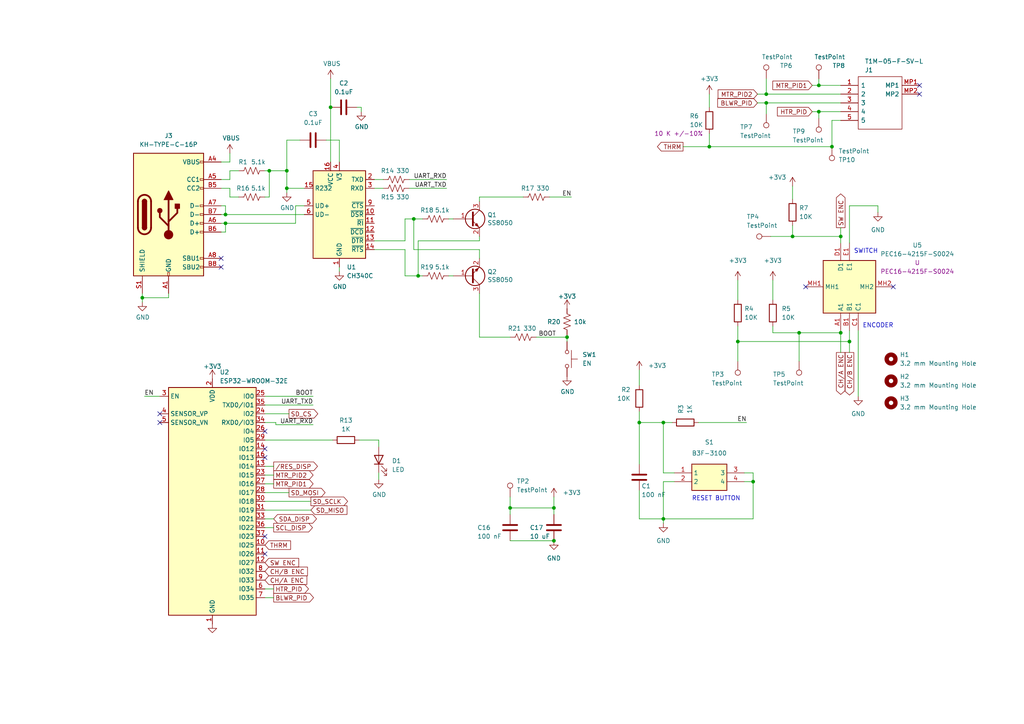
<source format=kicad_sch>
(kicad_sch (version 20250114) (generator "eeschema") (generator_version "9.0")
  (paper "A4")
  (lib_symbols
    (symbol "B3F-3100:B3F-3100"
      (property "Value" "B3F-3100" (at 0 0 0))
      (property "Reference_1" "S" (at 16.51 7.62 0))
      (property "Value_1" "B3F-3100" (at 16.51 5.08 0))
      (symbol "B3F-3100_1_1"
        (rectangle (start 5.08 2.54) (end 15.24 -5.08) (stroke (width 0.254)) (fill (type background)))
        (pin passive line (at 0 0 0) (length 5.08) (name "1") (number "1"))
        (pin passive line (at 0 -2.54 0) (length 5.08) (name "2") (number "2"))
        (pin passive line (at 20.32 0 180) (length 5.08) (name "3") (number "3"))
        (pin passive line (at 20.32 -2.54 180) (length 5.08) (name "4") (number "4"))
      )
    )
    (symbol "Connector:TestPoint" (pin_numbers (hide yes)) (pin_names (offset 0.762) (hide yes))
      (property "Reference" "TP" (at 0 6.858 0))
      (property "Value" "TestPoint" (at 0 5.08 0))
      (symbol "TestPoint_0_1"
        (circle (center 0 3.302) (radius 0.762))
      )
      (symbol "TestPoint_1_1"
        (pin passive line (at 0 0 90) (length 2.54) (name "1") (number "1"))
      )
    )
    (symbol "Connector:USB_C_Receptacle_USB2.0_16P" (pin_names (offset 1.016))
      (property "Reference" "J" (at 0 22.225 0))
      (property "Value" "USB_C_Receptacle_USB2.0_16P" (at 0 19.685 0))
      (symbol "USB_C_Receptacle_USB2.0_16P_0_0"
        (rectangle (start -0.254 -17.78) (end 0.254 -16.764))
        (rectangle (start 10.16 15.494) (end 9.144 14.986))
        (rectangle (start 10.16 10.414) (end 9.144 9.906))
        (rectangle (start 10.16 7.874) (end 9.144 7.366))
        (rectangle (start 10.16 2.794) (end 9.144 2.286))
        (rectangle (start 10.16 0.254) (end 9.144 -0.254))
        (rectangle (start 10.16 -2.286) (end 9.144 -2.794))
        (rectangle (start 10.16 -4.826) (end 9.144 -5.334))
        (rectangle (start 10.16 -12.446) (end 9.144 -12.954))
        (rectangle (start 10.16 -14.986) (end 9.144 -15.494))
      )
      (symbol "USB_C_Receptacle_USB2.0_16P_0_1"
        (rectangle (start -10.16 17.78) (end 10.16 -17.78) (stroke (width 0.254)) (fill (type background)))
        (polyline (pts (xy -8.89 -3.81) (xy -8.89 3.81)) (stroke (width 0.508)))
        (rectangle (start -7.62 -3.81) (end -6.35 3.81) (stroke (width 0.254)) (fill (type outline)))
        (arc (start -7.62 3.81) (mid -6.985 4.4423) (end -6.35 3.81) (stroke (width 0.254)))
        (arc (start -7.62 3.81) (mid -6.985 4.4423) (end -6.35 3.81) (stroke (width 0.254)) (fill (type outline)))
        (arc (start -8.89 3.81) (mid -6.985 5.7067) (end -5.08 3.81) (stroke (width 0.508)))
        (arc (start -5.08 -3.81) (mid -6.985 -5.7067) (end -8.89 -3.81) (stroke (width 0.508)))
        (arc (start -6.35 -3.81) (mid -6.985 -4.4423) (end -7.62 -3.81) (stroke (width 0.254)))
        (arc (start -6.35 -3.81) (mid -6.985 -4.4423) (end -7.62 -3.81) (stroke (width 0.254)) (fill (type outline)))
        (polyline (pts (xy -5.08 3.81) (xy -5.08 -3.81)) (stroke (width 0.508)))
        (circle (center -2.54 1.143) (radius 0.635) (stroke (width 0.254)) (fill (type outline)))
        (polyline (pts (xy -1.27 4.318) (xy 0 6.858) (xy 1.27 4.318) (xy -1.27 4.318)) (stroke (width 0.254)) (fill (type outline)))
        (polyline (pts (xy 0 -2.032) (xy 2.54 0.508) (xy 2.54 1.778)) (stroke (width 0.508)))
        (polyline (pts (xy 0 -3.302) (xy -2.54 -0.762) (xy -2.54 0.508)) (stroke (width 0.508)))
        (polyline (pts (xy 0 -5.842) (xy 0 4.318)) (stroke (width 0.508)))
        (circle (center 0 -5.842) (radius 1.27) (fill (type outline)))
        (rectangle (start 1.905 1.778) (end 3.175 3.048) (stroke (width 0.254)) (fill (type outline)))
      )
      (symbol "USB_C_Receptacle_USB2.0_16P_1_1"
        (pin passive line (at -7.62 -22.86 90) (length 5.08) (name "SHIELD") (number "S1"))
        (pin passive line (at 0 -22.86 90) (length 5.08) (name "GND") (number "A1"))
        (pin passive line (at 0 -22.86 90) (length 5.08) (hide yes) (name "GND") (number "A12"))
        (pin passive line (at 0 -22.86 90) (length 5.08) (hide yes) (name "GND") (number "B1"))
        (pin passive line (at 0 -22.86 90) (length 5.08) (hide yes) (name "GND") (number "B12"))
        (pin passive line (at 15.24 15.24 180) (length 5.08) (name "VBUS") (number "A4"))
        (pin passive line (at 15.24 15.24 180) (length 5.08) (hide yes) (name "VBUS") (number "A9"))
        (pin passive line (at 15.24 15.24 180) (length 5.08) (hide yes) (name "VBUS") (number "B4"))
        (pin passive line (at 15.24 15.24 180) (length 5.08) (hide yes) (name "VBUS") (number "B9"))
        (pin bidirectional line (at 15.24 10.16 180) (length 5.08) (name "CC1") (number "A5"))
        (pin bidirectional line (at 15.24 7.62 180) (length 5.08) (name "CC2") (number "B5"))
        (pin bidirectional line (at 15.24 2.54 180) (length 5.08) (name "D-") (number "A7"))
        (pin bidirectional line (at 15.24 0 180) (length 5.08) (name "D-") (number "B7"))
        (pin bidirectional line (at 15.24 -2.54 180) (length 5.08) (name "D+") (number "A6"))
        (pin bidirectional line (at 15.24 -5.08 180) (length 5.08) (name "D+") (number "B6"))
        (pin bidirectional line (at 15.24 -12.7 180) (length 5.08) (name "SBU1") (number "A8"))
        (pin bidirectional line (at 15.24 -15.24 180) (length 5.08) (name "SBU2") (number "B8"))
      )
    )
    (symbol "Device:C" (pin_numbers (hide yes)) (pin_names (offset 0.254))
      (property "Reference" "C" (at 0.635 2.54 0))
      (property "Value" "C" (at 0.635 -2.54 0))
      (symbol "C_0_1"
        (polyline (pts (xy -2.032 0.762) (xy 2.032 0.762)) (stroke (width 0.508)))
        (polyline (pts (xy -2.032 -0.762) (xy 2.032 -0.762)) (stroke (width 0.508)))
      )
      (symbol "C_1_1"
        (pin passive line (at 0 3.81 270) (length 2.794) (name "~") (number "1"))
        (pin passive line (at 0 -3.81 90) (length 2.794) (name "~") (number "2"))
      )
    )
    (symbol "Device:LED" (pin_numbers (hide yes)) (pin_names (offset 1.016) (hide yes))
      (property "Reference" "D" (at 0 2.54 0))
      (property "Value" "LED" (at 0 -2.54 0))
      (symbol "LED_0_1"
        (polyline (pts (xy -3.048 -0.762) (xy -4.572 -2.286) (xy -3.81 -2.286) (xy -4.572 -2.286) (xy -4.572 -1.524)))
        (polyline (pts (xy -1.778 -0.762) (xy -3.302 -2.286) (xy -2.54 -2.286) (xy -3.302 -2.286) (xy -3.302 -1.524)))
        (polyline (pts (xy -1.27 0) (xy 1.27 0)))
        (polyline (pts (xy -1.27 -1.27) (xy -1.27 1.27)) (stroke (width 0.254)))
        (polyline (pts (xy 1.27 -1.27) (xy 1.27 1.27) (xy -1.27 0) (xy 1.27 -1.27)) (stroke (width 0.254)))
      )
      (symbol "LED_1_1"
        (pin passive line (at -3.81 0 0) (length 2.54) (name "K") (number "1"))
        (pin passive line (at 3.81 0 180) (length 2.54) (name "A") (number "2"))
      )
    )
    (symbol "Device:R" (pin_numbers (hide yes)) (pin_names (offset 0))
      (property "Reference" "R" (at 2.032 0 90))
      (property "Value" "R" (at 0 0 90))
      (symbol "R_0_1"
        (rectangle (start -1.016 -2.54) (end 1.016 2.54) (stroke (width 0.254)))
      )
      (symbol "R_1_1"
        (pin passive line (at 0 3.81 270) (length 1.27) (name "~") (number "1"))
        (pin passive line (at 0 -3.81 90) (length 1.27) (name "~") (number "2"))
      )
    )
    (symbol "Device:R_US" (pin_numbers (hide yes)) (pin_names (offset 0))
      (property "Reference" "R" (at 2.54 0 90))
      (property "Value" "R_US" (at -2.54 0 90))
      (symbol "R_US_0_1"
        (polyline (pts (xy 0 2.286) (xy 0 2.54)))
        (polyline (pts (xy 0 2.286) (xy 1.016 1.905) (xy 0 1.524) (xy -1.016 1.143) (xy 0 0.762)))
        (polyline (pts (xy 0 0.762) (xy 1.016 0.381) (xy 0 0) (xy -1.016 -0.381) (xy 0 -0.762)))
        (polyline (pts (xy 0 -0.762) (xy 1.016 -1.143) (xy 0 -1.524) (xy -1.016 -1.905) (xy 0 -2.286)))
        (polyline (pts (xy 0 -2.286) (xy 0 -2.54)))
      )
      (symbol "R_US_1_1"
        (pin passive line (at 0 3.81 270) (length 1.27) (name "~") (number "1"))
        (pin passive line (at 0 -3.81 90) (length 1.27) (name "~") (number "2"))
      )
    )
    (symbol "ESP32_Devkit_TypeC-rescue:GND-power" (power) (pin_names (offset 0))
      (property "Value" "power_GND" (at 0 -3.81 0))
      (symbol "GND-power_0_1"
        (polyline (pts (xy 0 0) (xy 0 -1.27) (xy 1.27 -1.27) (xy 0 -2.54) (xy -1.27 -1.27) (xy 0 -1.27)))
      )
      (symbol "GND-power_1_1"
        (pin power_in line (at 0 0 270) (length 0) (hide yes) (name "GND") (number "1"))
      )
    )
    (symbol "ESP32_Devkit_TypeC-rescue:VBUS-power" (power) (pin_names (offset 0))
      (property "Value" "power_VBUS" (at 0 3.81 0))
      (symbol "VBUS-power_0_1"
        (polyline (pts (xy -0.762 1.27) (xy 0 2.54)))
        (polyline (pts (xy 0 2.54) (xy 0.762 1.27)))
        (polyline (pts (xy 0 0) (xy 0 2.54)))
      )
      (symbol "VBUS-power_1_1"
        (pin power_in line (at 0 0 90) (length 0) (hide yes) (name "VBUS") (number "1"))
      )
    )
    (symbol "Interface_USB:CH340C"
      (property "Reference" "U" (at -5.08 13.97 0))
      (property "Value" "CH340C" (at 1.27 13.97 0))
      (symbol "CH340C_0_1"
        (rectangle (start -7.62 12.7) (end 7.62 -12.7) (stroke (width 0.254)) (fill (type background)))
      )
      (symbol "CH340C_1_1"
        (pin input line (at -10.16 7.62 0) (length 2.54) (name "R232") (number "15"))
        (pin bidirectional line (at -10.16 2.54 0) (length 2.54) (name "UD+") (number "5"))
        (pin bidirectional line (at -10.16 0 0) (length 2.54) (name "UD-") (number "6"))
        (pin no_connect line (at -7.62 -5.08 0) (length 2.54) (hide yes) (name "NC") (number "7"))
        (pin no_connect line (at -7.62 -7.62 0) (length 2.54) (hide yes) (name "NC") (number "8"))
        (pin power_in line (at -2.54 15.24 270) (length 2.54) (name "VCC") (number "16"))
        (pin power_out line (at 0 15.24 270) (length 2.54) (name "V3") (number "4"))
        (pin power_in line (at 0 -15.24 90) (length 2.54) (name "GND") (number "1"))
        (pin output line (at 10.16 10.16 180) (length 2.54) (name "TXD") (number "2"))
        (pin input line (at 10.16 7.62 180) (length 2.54) (name "RXD") (number "3"))
        (pin input line (at 10.16 2.54 180) (length 2.54) (name "~{CTS}") (number "9"))
        (pin input line (at 10.16 0 180) (length 2.54) (name "~{DSR}") (number "10"))
        (pin input line (at 10.16 -2.54 180) (length 2.54) (name "~{RI}") (number "11"))
        (pin input line (at 10.16 -5.08 180) (length 2.54) (name "~{DCD}") (number "12"))
        (pin output line (at 10.16 -7.62 180) (length 2.54) (name "~{DTR}") (number "13"))
        (pin output line (at 10.16 -10.16 180) (length 2.54) (name "~{RTS}") (number "14"))
      )
    )
    (symbol "Mechanical:MountingHole" (pin_names (offset 1.016))
      (property "Reference" "H" (at 0 5.08 0))
      (property "Value" "MountingHole" (at 0 3.175 0))
      (symbol "MountingHole_0_1"
        (circle (center 0 0) (radius 1.27) (stroke (width 1.27)))
      )
    )
    (symbol "PEC16-4215F-S0024:PEC16-4215F-S0024"
      (property "Value" "PEC16-4215F-S0024" (at 0 0 0))
      (property "Reference_1" "U" (at 21.59 12.7 0))
      (property "Value_1" "PEC16-4215F-S0024" (at 21.59 10.16 0))
      (symbol "PEC16-4215F-S0024_1_1"
        (rectangle (start 5.08 7.62) (end 20.32 -7.62) (stroke (width 0.254)) (fill (type background)))
        (pin passive line (at 0 0 0) (length 5.08) (name "MH1") (number "MH1"))
        (pin passive line (at 10.16 12.7 270) (length 5.08) (name "D1") (number "D1"))
        (pin passive line (at 10.16 -12.7 90) (length 5.08) (name "A1") (number "A1"))
        (pin passive line (at 12.7 12.7 270) (length 5.08) (name "E1") (number "E1"))
        (pin passive line (at 12.7 -12.7 90) (length 5.08) (name "B1") (number "B1"))
        (pin passive line (at 15.24 -12.7 90) (length 5.08) (name "C1") (number "C1"))
        (pin passive line (at 25.4 0 180) (length 5.08) (name "MH2") (number "MH2"))
      )
    )
    (symbol "RF_Module:ESP32-WROOM-32E"
      (property "Reference" "U" (at -12.7 34.29 0))
      (property "Value" "ESP32-WROOM-32E" (at 1.27 34.29 0))
      (symbol "ESP32-WROOM-32E_0_1"
        (rectangle (start -12.7 33.02) (end 12.7 -33.02) (stroke (width 0.254)) (fill (type background)))
      )
      (symbol "ESP32-WROOM-32E_1_1"
        (pin input line (at -15.24 30.48 0) (length 2.54) (name "EN") (number "3"))
        (pin input line (at -15.24 25.4 0) (length 2.54) (name "SENSOR_VP") (number "4"))
        (pin input line (at -15.24 22.86 0) (length 2.54) (name "SENSOR_VN") (number "5"))
        (pin no_connect line (at -12.7 0 0) (length 2.54) (hide yes) (name "NC") (number "21"))
        (pin no_connect line (at -12.7 -2.54 0) (length 2.54) (hide yes) (name "NC") (number "22"))
        (pin no_connect line (at -12.7 -5.08 0) (length 2.54) (hide yes) (name "NC") (number "17"))
        (pin no_connect line (at -12.7 -7.62 0) (length 2.54) (hide yes) (name "NC") (number "18"))
        (pin no_connect line (at -12.7 -10.16 0) (length 2.54) (hide yes) (name "NC") (number "20"))
        (pin no_connect line (at -12.7 -12.7 0) (length 2.54) (hide yes) (name "NC") (number "19"))
        (pin no_connect line (at -12.7 -27.94 0) (length 2.54) (hide yes) (name "NC") (number "32"))
        (pin power_in line (at 0 35.56 270) (length 2.54) (name "VDD") (number "2"))
        (pin power_in line (at 0 -35.56 90) (length 2.54) (name "GND") (number "1"))
        (pin passive line (at 0 -35.56 90) (length 2.54) (hide yes) (name "GND") (number "15"))
        (pin passive line (at 0 -35.56 90) (length 2.54) (hide yes) (name "GND") (number "38"))
        (pin passive line (at 0 -35.56 90) (length 2.54) (hide yes) (name "GND") (number "39"))
        (pin bidirectional line (at 15.24 30.48 180) (length 2.54) (name "IO0") (number "25"))
        (pin bidirectional line (at 15.24 27.94 180) (length 2.54) (name "TXD0/IO1") (number "35"))
        (pin bidirectional line (at 15.24 25.4 180) (length 2.54) (name "IO2") (number "24"))
        (pin bidirectional line (at 15.24 22.86 180) (length 2.54) (name "RXD0/IO3") (number "34"))
        (pin bidirectional line (at 15.24 20.32 180) (length 2.54) (name "IO4") (number "26"))
        (pin bidirectional line (at 15.24 17.78 180) (length 2.54) (name "IO5") (number "29"))
        (pin bidirectional line (at 15.24 15.24 180) (length 2.54) (name "IO12") (number "14"))
        (pin bidirectional line (at 15.24 12.7 180) (length 2.54) (name "IO13") (number "16"))
        (pin bidirectional line (at 15.24 10.16 180) (length 2.54) (name "IO14") (number "13"))
        (pin bidirectional line (at 15.24 7.62 180) (length 2.54) (name "IO15") (number "23"))
        (pin bidirectional line (at 15.24 5.08 180) (length 2.54) (name "IO16") (number "27"))
        (pin bidirectional line (at 15.24 2.54 180) (length 2.54) (name "IO17") (number "28"))
        (pin bidirectional line (at 15.24 0 180) (length 2.54) (name "IO18") (number "30"))
        (pin bidirectional line (at 15.24 -2.54 180) (length 2.54) (name "IO19") (number "31"))
        (pin bidirectional line (at 15.24 -5.08 180) (length 2.54) (name "IO21") (number "33"))
        (pin bidirectional line (at 15.24 -7.62 180) (length 2.54) (name "IO22") (number "36"))
        (pin bidirectional line (at 15.24 -10.16 180) (length 2.54) (name "IO23") (number "37"))
        (pin bidirectional line (at 15.24 -12.7 180) (length 2.54) (name "IO25") (number "10"))
        (pin bidirectional line (at 15.24 -15.24 180) (length 2.54) (name "IO26") (number "11"))
        (pin bidirectional line (at 15.24 -17.78 180) (length 2.54) (name "IO27") (number "12"))
        (pin bidirectional line (at 15.24 -20.32 180) (length 2.54) (name "IO32") (number "8"))
        (pin bidirectional line (at 15.24 -22.86 180) (length 2.54) (name "IO33") (number "9"))
        (pin input line (at 15.24 -25.4 180) (length 2.54) (name "IO34") (number "6"))
        (pin input line (at 15.24 -27.94 180) (length 2.54) (name "IO35") (number "7"))
      )
    )
    (symbol "Switch:SW_Push" (pin_numbers (hide yes)) (pin_names (offset 1.016) (hide yes))
      (property "Reference" "SW" (at 1.27 2.54 0))
      (property "Value" "SW_Push" (at 0 -1.524 0))
      (symbol "SW_Push_0_1"
        (circle (center -2.032 0) (radius 0.508))
        (polyline (pts (xy 0 1.27) (xy 0 3.048)))
        (circle (center 2.032 0) (radius 0.508))
        (polyline (pts (xy 2.54 1.27) (xy -2.54 1.27)))
        (pin passive line (at -5.08 0 0) (length 2.54) (name "1") (number "1"))
        (pin passive line (at 5.08 0 180) (length 2.54) (name "2") (number "2"))
      )
    )
    (symbol "T1M-05-F-SV-L:T1M-05-F-SV-L" (pin_names (offset 0.762))
      (property "Reference" "J" (at 19.05 7.62 0))
      (property "Value" "T1M-05-F-SV-L" (at 19.05 5.08 0))
      (symbol "T1M-05-F-SV-L_0_0"
        (pin passive line (at 0 0 0) (length 5.08) (name "1") (number "1"))
        (pin passive line (at 0 -2.54 0) (length 5.08) (name "2") (number "2"))
        (pin passive line (at 0 -5.08 0) (length 5.08) (name "3") (number "3"))
        (pin passive line (at 0 -7.62 0) (length 5.08) (name "4") (number "4"))
        (pin passive line (at 0 -10.16 0) (length 5.08) (name "5") (number "5"))
        (pin passive line (at 22.86 0 180) (length 5.08) (name "MP1") (number "MP1"))
        (pin passive line (at 22.86 -2.54 180) (length 5.08) (name "MP2") (number "MP2"))
      )
      (symbol "T1M-05-F-SV-L_0_1"
        (polyline (pts (xy 5.08 2.54) (xy 17.78 2.54) (xy 17.78 -12.7) (xy 5.08 -12.7) (xy 5.08 2.54)) (stroke (width 0.1524)))
      )
    )
    (symbol "Transistor_BJT:MMBT3904" (pin_names (offset 0) (hide yes))
      (property "Reference" "Q" (at 5.08 1.905 0))
      (property "Value" "MMBT3904" (at 5.08 0 0))
      (symbol "MMBT3904_0_1"
        (polyline (pts (xy 0.635 1.905) (xy 0.635 -1.905) (xy 0.635 -1.905)) (stroke (width 0.508)))
        (polyline (pts (xy 0.635 0.635) (xy 2.54 2.54)))
        (polyline (pts (xy 0.635 -0.635) (xy 2.54 -2.54) (xy 2.54 -2.54)))
        (circle (center 1.27 0) (radius 2.8194) (stroke (width 0.254)))
        (polyline (pts (xy 1.27 -1.778) (xy 1.778 -1.27) (xy 2.286 -2.286) (xy 1.27 -1.778) (xy 1.27 -1.778)) (fill (type outline)))
      )
      (symbol "MMBT3904_1_1"
        (pin input line (at -5.08 0 0) (length 5.715) (name "B") (number "1"))
        (pin passive line (at 2.54 5.08 270) (length 2.54) (name "C") (number "3"))
        (pin passive line (at 2.54 -5.08 90) (length 2.54) (name "E") (number "2"))
      )
    )
    (symbol "power:+3.3V" (power) (pin_names (offset 0))
      (property "Value" "+3.3V" (at 0 3.556 0))
      (symbol "+3.3V_0_1"
        (polyline (pts (xy -0.762 1.27) (xy 0 2.54)))
        (polyline (pts (xy 0 2.54) (xy 0.762 1.27)))
        (polyline (pts (xy 0 0) (xy 0 2.54)))
      )
      (symbol "+3.3V_1_1"
        (pin power_in line (at 0 0 90) (length 0) (hide yes) (name "+3V3") (number "1"))
      )
    )
    (symbol "power:GND" (power) (pin_names (offset 0))
      (property "Value" "GND" (at 0 -3.81 0))
      (symbol "GND_0_1"
        (polyline (pts (xy 0 0) (xy 0 -1.27) (xy 1.27 -1.27) (xy 0 -2.54) (xy -1.27 -1.27) (xy 0 -1.27)))
      )
      (symbol "GND_1_1"
        (pin power_in line (at 0 0 270) (length 0) (hide yes) (name "GND") (number "1"))
      )
    )
  )
  (text "RESET BUTTON" (at 200.66 145.415 0) (effects (font (size 1.27 1.27)) (justify left bottom)))
  (text "ENCODER" (at 250.19 95.25 0) (effects (font (size 1.27 1.27)) (justify left bottom)))
  (text "SWITCH" (at 247.65 73.66 0) (effects (font (size 1.27 1.27)) (justify left bottom)))
  (junction (at 120.015 63.5))
  (junction (at 237.49 32.385))
  (junction (at 222.25 27.305))
  (junction (at 213.995 99.06))
  (junction (at 218.44 139.7))
  (junction (at 164.465 97.79))
  (junction (at 246.38 99.06))
  (junction (at 205.74 42.545))
  (junction (at 41.275 86.36))
  (junction (at 241.3 42.545))
  (junction (at 243.84 96.52))
  (junction (at 192.405 122.555))
  (junction (at 83.185 49.53))
  (junction (at 243.84 68.58))
  (junction (at 95.885 31.115))
  (junction (at 160.655 147.32))
  (junction (at 78.105 49.53))
  (junction (at 147.955 147.32))
  (junction (at 222.25 29.845))
  (junction (at 231.775 96.52))
  (junction (at 192.405 150.495))
  (junction (at 237.49 24.765))
  (junction (at 160.655 156.845))
  (junction (at 229.87 68.58))
  (junction (at 65.405 62.23))
  (junction (at 83.185 54.61))
  (junction (at 65.405 64.77))
  (junction (at 185.42 122.555))
  (junction (at 121.285 80.01))
  (no_connect (at 64.135 77.47))
  (no_connect (at 259.08 83.185))
  (no_connect (at 233.68 83.185))
  (no_connect (at 46.355 122.555))
  (no_connect (at 46.355 120.015))
  (no_connect (at 76.835 155.575))
  (no_connect (at 76.835 160.655))
  (no_connect (at 64.135 74.93))
  (no_connect (at 76.835 132.715))
  (no_connect (at 266.7 24.765))
  (no_connect (at 266.7 27.305))
  (no_connect (at 76.835 130.175))
  (no_connect (at 76.835 125.095))
  (wire (pts (xy 66.675 52.07) (xy 66.675 49.53)))
  (wire (pts (xy 235.585 32.385) (xy 237.49 32.385)))
  (wire (pts (xy 79.375 173.355) (xy 76.835 173.355)))
  (wire (pts (xy 85.725 59.69) (xy 85.725 64.77)))
  (wire (pts (xy 130.175 80.01) (xy 131.445 80.01)))
  (wire (pts (xy 78.105 49.53) (xy 83.185 49.53)))
  (wire (pts (xy 88.265 59.69) (xy 85.725 59.69)))
  (wire (pts (xy 104.775 31.115) (xy 103.505 31.115)))
  (wire (pts (xy 79.375 135.255) (xy 76.835 135.255)))
  (wire (pts (xy 117.475 63.5) (xy 120.015 63.5)))
  (wire (pts (xy 121.285 69.85) (xy 121.285 80.01)))
  (wire (pts (xy 185.42 119.38) (xy 185.42 122.555)))
  (wire (pts (xy 224.155 96.52) (xy 224.155 94.615)))
  (wire (pts (xy 104.14 127.635) (xy 109.855 127.635)))
  (wire (pts (xy 164.465 97.79) (xy 164.465 99.06)))
  (wire (pts (xy 160.655 147.32) (xy 160.655 149.225)))
  (wire (pts (xy 66.675 49.53) (xy 69.215 49.53)))
  (wire (pts (xy 139.065 57.15) (xy 151.765 57.15)))
  (wire (pts (xy 147.955 147.32) (xy 147.955 149.225)))
  (wire (pts (xy 118.745 54.61) (xy 129.54 54.61)))
  (wire (pts (xy 76.835 57.15) (xy 78.105 57.15)))
  (wire (pts (xy 139.065 58.42) (xy 139.065 57.15)))
  (wire (pts (xy 117.475 69.85) (xy 108.585 69.85)))
  (wire (pts (xy 85.725 64.77) (xy 65.405 64.77)))
  (wire (pts (xy 65.405 62.23) (xy 64.135 62.23)))
  (wire (pts (xy 139.065 97.79) (xy 147.955 97.79)))
  (wire (pts (xy 213.995 81.28) (xy 213.995 86.995)))
  (wire (pts (xy 222.25 29.845) (xy 243.84 29.845)))
  (wire (pts (xy 202.565 122.555) (xy 216.535 122.555)))
  (wire (pts (xy 192.405 150.495) (xy 218.44 150.495)))
  (wire (pts (xy 76.835 145.415) (xy 90.17 145.415)))
  (wire (pts (xy 205.74 38.735) (xy 205.74 42.545)))
  (wire (pts (xy 104.775 32.385) (xy 104.775 31.115)))
  (wire (pts (xy 41.275 87.63) (xy 41.275 86.36)))
  (wire (pts (xy 213.995 94.615) (xy 213.995 99.06)))
  (wire (pts (xy 139.065 85.09) (xy 139.065 97.79)))
  (wire (pts (xy 41.275 86.36) (xy 41.275 85.09)))
  (wire (pts (xy 205.74 42.545) (xy 241.3 42.545)))
  (wire (pts (xy 65.405 67.31) (xy 64.135 67.31)))
  (wire (pts (xy 122.555 80.01) (xy 121.285 80.01)))
  (wire (pts (xy 65.405 64.77) (xy 65.405 67.31)))
  (wire (pts (xy 80.01 122.555) (xy 76.835 122.555)))
  (wire (pts (xy 224.155 81.28) (xy 224.155 86.995)))
  (wire (pts (xy 66.675 57.15) (xy 69.215 57.15)))
  (wire (pts (xy 185.42 122.555) (xy 192.405 122.555)))
  (wire (pts (xy 243.84 34.925) (xy 241.3 34.925)))
  (wire (pts (xy 41.91 114.935) (xy 46.355 114.935)))
  (wire (pts (xy 94.615 40.64) (xy 98.425 40.64)))
  (wire (pts (xy 246.38 95.885) (xy 246.38 99.06)))
  (wire (pts (xy 254.635 59.69) (xy 254.635 61.595)))
  (wire (pts (xy 185.42 107.315) (xy 185.42 111.76)))
  (wire (pts (xy 246.38 59.69) (xy 254.635 59.69)))
  (wire (pts (xy 192.405 137.16) (xy 195.58 137.16)))
  (wire (pts (xy 83.185 55.88) (xy 83.185 54.61)))
  (wire (pts (xy 66.675 46.99) (xy 64.135 46.99)))
  (wire (pts (xy 147.955 144.145) (xy 147.955 147.32)))
  (wire (pts (xy 185.42 142.24) (xy 185.42 150.495)))
  (wire (pts (xy 79.375 150.495) (xy 76.835 150.495)))
  (wire (pts (xy 222.25 22.86) (xy 222.25 27.305)))
  (wire (pts (xy 231.775 96.52) (xy 231.775 104.775)))
  (wire (pts (xy 147.955 156.845) (xy 160.655 156.845)))
  (wire (pts (xy 76.835 127.635) (xy 96.52 127.635)))
  (wire (pts (xy 76.835 114.935) (xy 90.805 114.935)))
  (wire (pts (xy 109.855 137.16) (xy 109.855 139.065)))
  (wire (pts (xy 229.87 53.975) (xy 229.87 57.785)))
  (wire (pts (xy 248.92 95.885) (xy 248.92 114.935)))
  (wire (pts (xy 139.065 72.39) (xy 139.065 74.93)))
  (wire (pts (xy 213.995 99.06) (xy 246.38 99.06)))
  (wire (pts (xy 108.585 72.39) (xy 117.475 72.39)))
  (wire (pts (xy 229.87 68.58) (xy 229.87 65.405)))
  (wire (pts (xy 108.585 54.61) (xy 111.125 54.61)))
  (wire (pts (xy 237.49 22.86) (xy 237.49 24.765)))
  (wire (pts (xy 120.015 63.5) (xy 122.555 63.5)))
  (wire (pts (xy 76.835 147.955) (xy 90.17 147.955)))
  (wire (pts (xy 218.44 137.16) (xy 218.44 139.7)))
  (wire (pts (xy 98.425 78.74) (xy 98.425 77.47)))
  (wire (pts (xy 65.405 59.69) (xy 65.405 62.23)))
  (wire (pts (xy 237.49 32.385) (xy 243.84 32.385)))
  (wire (pts (xy 66.675 54.61) (xy 66.675 57.15)))
  (wire (pts (xy 76.835 120.015) (xy 83.82 120.015)))
  (wire (pts (xy 95.885 31.115) (xy 95.885 46.99)))
  (wire (pts (xy 185.42 134.62) (xy 185.42 122.555)))
  (wire (pts (xy 117.475 63.5) (xy 117.475 69.85)))
  (wire (pts (xy 139.065 69.85) (xy 121.285 69.85)))
  (wire (pts (xy 219.71 29.845) (xy 222.25 29.845)))
  (wire (pts (xy 83.185 54.61) (xy 83.185 49.53)))
  (wire (pts (xy 235.585 24.765) (xy 237.49 24.765)))
  (wire (pts (xy 76.835 117.475) (xy 90.805 117.475)))
  (wire (pts (xy 160.655 144.145) (xy 160.655 147.32)))
  (wire (pts (xy 88.265 62.23) (xy 65.405 62.23)))
  (wire (pts (xy 213.995 99.06) (xy 213.995 104.775)))
  (wire (pts (xy 64.135 64.77) (xy 65.405 64.77)))
  (wire (pts (xy 185.42 150.495) (xy 192.405 150.495)))
  (wire (pts (xy 159.385 57.15) (xy 165.735 57.15)))
  (wire (pts (xy 229.87 68.58) (xy 243.84 68.58)))
  (wire (pts (xy 243.84 96.52) (xy 243.84 102.235)))
  (wire (pts (xy 237.49 24.765) (xy 243.84 24.765)))
  (wire (pts (xy 120.015 72.39) (xy 139.065 72.39)))
  (wire (pts (xy 215.9 137.16) (xy 218.44 137.16)))
  (wire (pts (xy 139.065 68.58) (xy 139.065 69.85)))
  (wire (pts (xy 118.745 52.07) (xy 129.54 52.07)))
  (wire (pts (xy 195.58 139.7) (xy 192.405 139.7)))
  (wire (pts (xy 64.135 54.61) (xy 66.675 54.61)))
  (wire (pts (xy 241.3 34.925) (xy 241.3 42.545)))
  (wire (pts (xy 80.01 123.19) (xy 80.01 122.555)))
  (wire (pts (xy 155.575 97.79) (xy 164.465 97.79)))
  (wire (pts (xy 223.52 68.58) (xy 229.87 68.58)))
  (wire (pts (xy 121.285 80.01) (xy 117.475 80.01)))
  (wire (pts (xy 164.465 97.155) (xy 164.465 97.79)))
  (wire (pts (xy 131.445 63.5) (xy 130.175 63.5)))
  (wire (pts (xy 64.135 52.07) (xy 66.675 52.07)))
  (wire (pts (xy 192.405 122.555) (xy 194.945 122.555)))
  (wire (pts (xy 78.105 57.15) (xy 78.105 49.53)))
  (wire (pts (xy 222.25 29.845) (xy 222.25 33.02)))
  (wire (pts (xy 79.375 140.335) (xy 76.835 140.335)))
  (wire (pts (xy 108.585 52.07) (xy 111.125 52.07)))
  (wire (pts (xy 205.74 27.305) (xy 205.74 31.115)))
  (wire (pts (xy 79.375 170.815) (xy 76.835 170.815)))
  (wire (pts (xy 147.955 147.32) (xy 160.655 147.32)))
  (wire (pts (xy 192.405 139.7) (xy 192.405 150.495)))
  (wire (pts (xy 41.275 86.36) (xy 48.895 86.36)))
  (wire (pts (xy 79.375 153.035) (xy 76.835 153.035)))
  (wire (pts (xy 117.475 72.39) (xy 117.475 80.01)))
  (wire (pts (xy 98.425 40.64) (xy 98.425 46.99)))
  (wire (pts (xy 90.805 123.19) (xy 80.01 123.19)))
  (wire (pts (xy 88.265 54.61) (xy 83.185 54.61)))
  (wire (pts (xy 83.185 49.53) (xy 83.185 40.64)))
  (wire (pts (xy 192.405 150.495) (xy 192.405 151.765)))
  (wire (pts (xy 219.71 27.305) (xy 222.25 27.305)))
  (wire (pts (xy 192.405 122.555) (xy 192.405 137.16)))
  (wire (pts (xy 66.675 44.45) (xy 66.675 46.99)))
  (wire (pts (xy 83.185 40.64) (xy 86.995 40.64)))
  (wire (pts (xy 198.12 42.545) (xy 205.74 42.545)))
  (wire (pts (xy 215.9 139.7) (xy 218.44 139.7)))
  (wire (pts (xy 222.25 27.305) (xy 243.84 27.305)))
  (wire (pts (xy 109.855 127.635) (xy 109.855 129.54)))
  (wire (pts (xy 246.38 70.485) (xy 246.38 59.69)))
  (wire (pts (xy 243.84 66.04) (xy 243.84 68.58)))
  (wire (pts (xy 243.84 68.58) (xy 243.84 70.485)))
  (wire (pts (xy 237.49 32.385) (xy 237.49 34.29)))
  (wire (pts (xy 243.84 96.52) (xy 231.775 96.52)))
  (wire (pts (xy 120.015 63.5) (xy 120.015 72.39)))
  (wire (pts (xy 218.44 139.7) (xy 218.44 150.495)))
  (wire (pts (xy 243.84 95.885) (xy 243.84 96.52)))
  (wire (pts (xy 246.38 99.06) (xy 246.38 102.235)))
  (wire (pts (xy 231.775 96.52) (xy 224.155 96.52)))
  (wire (pts (xy 95.885 22.86) (xy 95.885 31.115)))
  (wire (pts (xy 76.835 142.875) (xy 83.82 142.875)))
  (wire (pts (xy 78.105 49.53) (xy 76.835 49.53)))
  (wire (pts (xy 79.375 137.795) (xy 76.835 137.795)))
  (wire (pts (xy 48.895 86.36) (xy 48.895 85.09)))
  (wire (pts (xy 64.135 59.69) (xy 65.405 59.69)))
  (label "BOOT" (at 90.805 114.935 180))
  (label "BOOT" (at 161.29 97.79 180))
  (label "UART_RXD" (at 90.805 123.19 180))
  (label "EN" (at 41.91 114.935 0))
  (label "UART_RXD" (at 129.54 52.07 180))
  (label "EN" (at 165.735 57.15 180))
  (label "EN" (at 216.535 122.555 180))
  (label "UART_TXD" (at 90.805 117.475 180))
  (label "UART_TXD" (at 129.54 54.61 180))
  (global_label "CH{slash}A ENC" (shape output) (at 243.84 102.235 270) (property "Intersheetrefs" "${INTERSHEET_REFS}" (effects (hide yes))))
  (global_label "THRM" (shape input) (at 76.835 158.115 0) (property "Intersheetrefs" "${INTERSHEET_REFS}" (effects (hide yes))))
  (global_label "SD_MOSI" (shape output) (at 83.82 142.875 0) (property "Intersheetrefs" "${INTERSHEET_REFS}" (effects (hide yes))))
  (global_label "MTR_PID2" (shape input) (at 219.71 27.305 180) (property "Intersheetrefs" "${INTERSHEET_REFS}" (effects (hide yes))))
  (global_label "SD_SCLK" (shape output) (at 90.17 145.415 0) (property "Intersheetrefs" "${INTERSHEET_REFS}" (effects (hide yes))))
  (global_label "THRM" (shape output) (at 198.12 42.545 180) (property "Intersheetrefs" "${INTERSHEET_REFS}" (effects (hide yes))))
  (global_label "CH{slash}B ENC" (shape input) (at 76.835 165.735 0) (property "Intersheetrefs" "${INTERSHEET_REFS}" (effects (hide yes))))
  (global_label "CH{slash}B ENC" (shape output) (at 246.38 102.235 270) (property "Intersheetrefs" "${INTERSHEET_REFS}" (effects (hide yes))))
  (global_label "SD_CS" (shape output) (at 83.82 120.015 0) (property "Intersheetrefs" "${INTERSHEET_REFS}" (effects (hide yes))))
  (global_label "SDA_DISP" (shape bidirectional) (at 79.375 150.495 0) (property "Intersheetrefs" "${INTERSHEET_REFS}" (effects (hide yes))))
  (global_label "MTR_PID1" (shape output) (at 79.375 140.335 0) (property "Intersheetrefs" "${INTERSHEET_REFS}" (effects (hide yes))))
  (global_label "SD_MISO" (shape input) (at 90.17 147.955 0) (property "Intersheetrefs" "${INTERSHEET_REFS}" (effects (hide yes))))
  (global_label "CH{slash}A ENC" (shape input) (at 76.835 168.275 0) (property "Intersheetrefs" "${INTERSHEET_REFS}" (effects (hide yes))))
  (global_label "MTR_PID1" (shape input) (at 235.585 24.765 180) (property "Intersheetrefs" "${INTERSHEET_REFS}" (effects (hide yes))))
  (global_label "BLWR_PID" (shape input) (at 219.71 29.845 180) (property "Intersheetrefs" "${INTERSHEET_REFS}" (effects (hide yes))))
  (global_label "SW ENC" (shape output) (at 243.84 66.04 90) (property "Intersheetrefs" "${INTERSHEET_REFS}" (effects (hide yes))))
  (global_label "MTR_PID2" (shape output) (at 79.375 137.795 0) (property "Intersheetrefs" "${INTERSHEET_REFS}" (effects (hide yes))))
  (global_label "{slash}RES_DISP" (shape output) (at 79.375 135.255 0) (property "Intersheetrefs" "${INTERSHEET_REFS}" (effects (hide yes))))
  (global_label "HTR_PID" (shape output) (at 79.375 170.815 0) (property "Intersheetrefs" "${INTERSHEET_REFS}" (effects (hide yes))))
  (global_label "SCL_DISP" (shape output) (at 79.375 153.035 0) (property "Intersheetrefs" "${INTERSHEET_REFS}" (effects (hide yes))))
  (global_label "HTR_PID" (shape input) (at 235.585 32.385 180) (property "Intersheetrefs" "${INTERSHEET_REFS}" (effects (hide yes))))
  (global_label "SW ENC" (shape input) (at 76.835 163.195 0) (property "Intersheetrefs" "${INTERSHEET_REFS}" (effects (hide yes))))
  (global_label "BLWR_PID" (shape output) (at 79.375 173.355 0) (property "Intersheetrefs" "${INTERSHEET_REFS}" (effects (hide yes))))
  (symbol (lib_id "Connector:TestPoint") (at 223.52 68.58 90) (unit 1)
    (property "Reference" "TP4" (at 216.535 62.865 90) (effects (justify right)))
    (property "Value" "TestPoint" (at 216.535 65.405 90) (effects (justify right)))
    (property "Footprint" "TestPoint:TestPoint_Pad_D1.5mm" (effects (hide yes)))
  )
  (symbol (lib_id "Connector:TestPoint") (at 241.3 42.545 180) (unit 1)
    (property "Reference" "TP10" (at 243.205 46.355 0) (effects (justify right)))
    (property "Value" "TestPoint" (at 243.205 43.815 0) (effects (justify right)))
    (property "Footprint" "TestPoint:TestPoint_Pad_D1.5mm" (effects (hide yes)))
  )
  (symbol (lib_id "power:+3.3V") (at 205.74 27.305 0) (unit 1)
    (property "Reference" "#PWR011" (effects (hide yes)))
    (property "Value" "+3V3" (at 205.74 22.86 0))
  )
  (symbol (lib_id "power:+3.3V") (at 185.42 107.315 0) (unit 1)
    (property "Reference" "#PWR05" (effects (hide yes)))
    (property "Value" "+3V3" (at 187.96 106.0449 0) (effects (justify left)))
  )
  (symbol (lib_id "power:GND") (at 254.635 61.595 0) (unit 1)
    (property "Reference" "#PWR016" (effects (hide yes)))
    (property "Value" "GND" (at 254.635 66.675 0))
  )
  (symbol (lib_id "ESP32_Devkit_TypeC-rescue:GND-power") (at 109.855 139.065 0) (unit 1)
    (property "Reference" "#PWR034" (effects (hide yes)))
    (property "Value" "GND" (at 109.982 143.4592 0))
  )
  (symbol (lib_id "Mechanical:MountingHole") (at 258.445 104.14 0) (unit 1)
    (property "Reference" "H1" (at 260.985 102.8699 0) (effects (justify left)))
    (property "Value" "3.2 mm Mounting Hole" (at 260.985 105.4099 0) (effects (justify left)))
    (property "Footprint" "MountingHole:MountingHole_3.2mm_M3" (effects (hide yes)))
  )
  (symbol (lib_id "Device:R_US") (at 164.465 93.345 180) (unit 1)
    (property "Reference" "R20" (at 160.655 93.345 0))
    (property "Value" "10k" (at 168.275 93.345 0))
    (property "Footprint" "Resistor_SMD:R_0603_1608Metric" (effects (hide yes)))
  )
  (symbol (lib_id "Connector:TestPoint") (at 222.25 22.86 0) (unit 1)
    (property "Reference" "TP6" (at 229.87 19.05 0) (effects (justify right)))
    (property "Value" "TestPoint" (at 229.87 16.51 0) (effects (justify right)))
    (property "Footprint" "TestPoint:TestPoint_Pad_D1.5mm" (effects (hide yes)))
  )
  (symbol (lib_id "Device:R") (at 205.74 34.925 0) (unit 1)
    (property "Reference" "R6" (at 200.025 33.655 0) (effects (justify left)))
    (property "Value" "10K" (at 200.025 36.195 0) (effects (justify left)))
    (property "Footprint" "Resistor_SMD:R_0805_2012Metric" (effects (hide yes)))
    (property "Reference_1" "10 K +/-10%" (at 196.85 38.735 0))
  )
  (symbol (lib_id "RF_Module:ESP32-WROOM-32E") (at 61.595 145.415 0) (unit 1)
    (property "Reference" "U2" (at 63.7383 107.95 0) (effects (justify left)))
    (property "Value" "ESP32-WROOM-32E" (at 63.7383 110.49 0) (effects (justify left)))
    (property "Footprint" "RF_Module:ESP32-WROOM-32D" (effects (hide yes)))
    (property "Datasheet" "https://www.espressif.com/sites/default/files/documentation/esp32-wroom-32e_esp32-wroom-32ue_datasheet_en.pdf" (effects (hide yes)))
    (property "Description" "RF Module, ESP32-D0WD-V3 SoC, without PSRAM, Wi-Fi 802.11b/g/n, Bluetooth, BLE, 32-bit, 2.7-3.6V, onboard antenna, SMD" (effects (hide yes)))
  )
  (symbol (lib_id "Device:R") (at 229.87 61.595 0) (unit 1)
    (property "Reference" "R7" (at 231.775 60.3249 0) (effects (justify left)))
    (property "Value" "10K" (at 231.775 62.8649 0) (effects (justify left)))
    (property "Footprint" "Resistor_SMD:R_0805_2012Metric" (effects (hide yes)))
  )
  (symbol (lib_id "power:GND") (at 192.405 151.765 0) (unit 1)
    (property "Reference" "#PWR02" (effects (hide yes)))
    (property "Value" "GND" (at 192.405 156.845 0))
  )
  (symbol (lib_id "power:GND") (at 160.655 156.845 0) (unit 1)
    (property "Reference" "#PWR026" (effects (hide yes)))
    (property "Value" "GND" (at 160.655 161.925 0))
  )
  (symbol (lib_id "Device:C") (at 160.655 153.035 0) (unit 1)
    (property "Reference" "C17" (at 153.67 153.035 0) (effects (justify left)))
    (property "Value" "10 uF" (at 153.67 155.575 0) (effects (justify left)))
    (property "Footprint" "Capacitor_SMD:C_0805_2012Metric" (effects (hide yes)))
  )
  (symbol (lib_id "Device:R_US") (at 151.765 97.79 270) (unit 1)
    (property "Reference" "R21" (at 149.225 95.25 90))
    (property "Value" "330" (at 153.67 95.25 90))
    (property "Footprint" "Resistor_SMD:R_0603_1608Metric" (effects (hide yes)))
  )
  (symbol (lib_id "Device:C") (at 99.695 31.115 90) (unit 1)
    (property "Reference" "C2" (at 99.695 24.13 90))
    (property "Value" "0.1uF" (at 99.695 26.67 90))
    (property "Footprint" "Capacitor_SMD:C_0603_1608Metric" (effects (hide yes)))
  )
  (symbol (lib_id "power:+3.3V") (at 160.655 144.145 0) (unit 1)
    (property "Reference" "#PWR025" (effects (hide yes)))
    (property "Value" "+3V3" (at 163.195 142.8749 0) (effects (justify left)))
  )
  (symbol (lib_id "power:+3.3V") (at 229.87 53.975 0) (unit 1)
    (property "Reference" "#PWR012" (effects (hide yes)))
    (property "Value" "+3V3" (at 225.425 51.435 0))
  )
  (symbol (lib_id "ESP32_Devkit_TypeC-rescue:GND-power") (at 41.275 87.63 0) (unit 1)
    (property "Reference" "#PWR052" (effects (hide yes)))
    (property "Value" "GND" (at 41.402 92.0242 0))
  )
  (symbol (lib_id "power:GND") (at 248.92 114.935 0) (unit 1)
    (property "Reference" "#PWR015" (effects (hide yes)))
    (property "Value" "GND" (at 248.92 120.015 0))
  )
  (symbol (lib_id "power:GND") (at 61.595 180.975 0) (unit 1)
    (property "Reference" "#PWR029" (effects (hide yes)))
    (property "Value" "GND" (effects (hide yes)))
  )
  (symbol (lib_id "Device:R_US") (at 73.025 57.15 270) (unit 1)
    (property "Reference" "R16" (at 70.485 54.61 90))
    (property "Value" "5.1k" (at 74.93 54.61 90))
    (property "Footprint" "Resistor_SMD:R_0603_1608Metric" (effects (hide yes)))
  )
  (symbol (lib_id "Device:R") (at 185.42 115.57 0) (unit 1)
    (property "Reference" "R2" (at 182.88 113.0299 0) (effects (justify right)))
    (property "Value" "10K" (at 182.88 115.5699 0) (effects (justify right)))
    (property "Footprint" "Resistor_SMD:R_0805_2012Metric" (effects (hide yes)))
    (property "Reference_1" "10 K +/-10%" (effects (hide yes)))
  )
  (symbol (lib_id "power:+3.3V") (at 224.155 81.28 0) (unit 1)
    (property "Reference" "#PWR010" (effects (hide yes)))
    (property "Value" "+3V3" (at 224.155 75.565 0))
  )
  (symbol (lib_id "ESP32_Devkit_TypeC-rescue:GND-power") (at 104.775 32.385 0) (unit 1)
    (property "Reference" "#PWR042" (effects (hide yes)))
    (property "Value" "GND" (at 104.902 36.7792 0))
  )
  (symbol (lib_id "Device:R_US") (at 73.025 49.53 270) (unit 1)
    (property "Reference" "R1" (at 70.485 46.99 90))
    (property "Value" "5.1k" (at 74.93 46.99 90))
    (property "Footprint" "Resistor_SMD:R_0603_1608Metric" (effects (hide yes)))
  )
  (symbol (lib_id "Connector:TestPoint") (at 213.995 104.775 180) (unit 1)
    (property "Reference" "TP3" (at 206.375 108.585 0) (effects (justify right)))
    (property "Value" "TestPoint" (at 206.375 111.125 0) (effects (justify right)))
    (property "Footprint" "TestPoint:TestPoint_Pad_D1.5mm" (effects (hide yes)))
  )
  (symbol (lib_id "PEC16-4215F-S0024:PEC16-4215F-S0024") (at 233.68 83.185 0) (unit 1)
    (property "Reference" "U5" (at 266.065 71.12 0))
    (property "Value" "PEC16-4215F-S0024" (at 266.065 73.66 0))
    (property "Footprint" "PEC16-4215F-S0024:PEC164120FS0012" (effects (hide yes)))
    (property "Datasheet" "https://4donline.ihs.com/images/VipMasterIC/IC/BOUR/BOUR-S-A0017677705/BOUR-S-A0017677705-1.pdf?hkey=EF798316E3902B6ED9A73243A3159BB0" (effects (hide yes)))
    (property "Reference_1" "U" (at 266.065 76.2 0))
    (property "Value_1" "PEC16-4215F-S0024" (at 266.065 78.74 0))
    (property "Footprint_1" "PEC164120FS0012" (effects (hide yes)))
    (property "Datasheet_1" "https://www.bourns.com/pdfs/PEC16.pdf" (effects (hide yes)))
    (property "Height" "28" (effects (hide yes)))
    (property "Manufacturer_Name" "Bourns" (effects (hide yes)))
    (property "Manufacturer_Part_Number" "PEC16-4215F-S0024" (effects (hide yes)))
    (property "Mouser Part Number" "652-PEC16-4215FS0024" (effects (hide yes)))
    (property "Mouser Price/Stock" "https://www.mouser.co.uk/ProductDetail/Bourns/PEC16-4215F-S0024?qs=7YHpgRs8DgzQIBCnJkHIgw%3D%3D" (effects (hide yes)))
    (property "Arrow Part Number" "PEC16-4215F-S0024" (effects (hide yes)))
    (property "Arrow Price/Stock" "https://www.arrow.com/en/products/pec16-4215f-s0024/bourns?region=nac" (effects (hide yes)))
  )
  (symbol (lib_id "Connector:TestPoint") (at 147.955 144.145 0) (unit 1)
    (property "Reference" "TP2" (at 149.86 139.5729 0) (effects (justify left)))
    (property "Value" "TestPoint" (at 149.86 142.1129 0) (effects (justify left)))
    (property "Footprint" "TestPoint:TestPoint_Pad_D1.5mm" (effects (hide yes)))
  )
  (symbol (lib_id "Connector:TestPoint") (at 231.775 104.775 180) (unit 1)
    (property "Reference" "TP5" (at 224.155 108.585 0) (effects (justify right)))
    (property "Value" "TestPoint" (at 224.155 111.125 0) (effects (justify right)))
    (property "Footprint" "TestPoint:TestPoint_Pad_D1.5mm" (effects (hide yes)))
  )
  (symbol (lib_id "Mechanical:MountingHole") (at 258.445 116.84 0) (unit 1)
    (property "Reference" "H3" (at 260.985 115.5699 0) (effects (justify left)))
    (property "Value" "3.2 mm Mounting Hole" (at 260.985 118.1099 0) (effects (justify left)))
    (property "Footprint" "MountingHole:MountingHole_3.2mm_M3" (effects (hide yes)))
  )
  (symbol (lib_id "T1M-05-F-SV-L:T1M-05-F-SV-L") (at 243.84 24.765 0) (unit 1)
    (property "Reference" "J1" (at 250.825 20.32 0) (effects (justify left)))
    (property "Value" "T1M-05-F-SV-L" (at 250.825 17.78 0) (effects (justify left)))
    (property "Footprint" "T1M-05-F-SV-L:T1M05FSVL" (effects (hide yes)))
    (property "Datasheet" "http://suddendocs.samtec.com/prints/t1m-xx-x-sv-l-x-mkt.pdf" (effects (hide yes)))
    (property "Description" "5 Position, Discrete Wire Terminal Strip, 1.00 mm Pitch, Single-Row Vertical" (effects (hide yes)))
    (property "Height" "5.5" (effects (hide yes)))
    (property "Manufacturer_Name" "SAMTEC" (effects (hide yes)))
    (property "Manufacturer_Part_Number" "T1M-05-F-SV-L" (effects (hide yes)))
    (property "Mouser Part Number" "200-T1M05FSVL" (effects (hide yes)))
    (property "Mouser Price/Stock" "https://www.mouser.com/Search/Refine.aspx?Keyword=200-T1M05FSVL" (effects (hide yes)))
    (property "Arrow Part Number" "T1M-05-F-SV-L" (effects (hide yes)))
    (property "Arrow Price/Stock" "https://www.arrow.com/en/products/t1m-05-f-sv-l/samtec" (effects (hide yes)))
  )
  (symbol (lib_id "B3F-3100:B3F-3100") (at 195.58 137.16 0) (unit 1)
    (property "Reference" "S1" (at 205.74 128.27 0))
    (property "Value" "B3F-3100" (at 205.74 131.445 0))
    (property "Footprint" "B3F-3100:B3F3100" (effects (hide yes)))
    (property "Datasheet" "https://4donline.ihs.com/images/VipMasterIC/IC/OMRN/OMRN-S-A0016975765/OMRN-S-A0017501488-1.pdf?hkey=EF798316E3902B6ED9A73243A3159BB0" (effects (hide yes)))
    (property "Reference_1" "S" (effects (hide yes)))
    (property "Value_1" "B3F-3100" (effects (hide yes)))
    (property "Footprint_1" "B3F3100" (effects (hide yes)))
    (property "Datasheet_1" "http://omronfs.omron.com/en_US/ecb/products/pdf/en-b3f.pdf" (effects (hide yes)))
    (property "Height" "7" (effects (hide yes)))
    (property "Manufacturer_Name" "Omron Electronics" (effects (hide yes)))
    (property "Manufacturer_Part_Number" "B3F-3100" (effects (hide yes)))
    (property "Mouser Part Number" "653-B3F-3100" (effects (hide yes)))
    (property "Mouser Price/Stock" "https://www.mouser.co.uk/ProductDetail/Omron-Electronics/B3F-3100?qs=xU3oIf5SR1r1ubr5bt4Q4A%3D%3D" (effects (hide yes)))
    (property "Arrow Part Number" "B3F-3100" (effects (hide yes)))
    (property "Arrow Price/Stock" "https://www.arrow.com/en/products/b3f3100/omron?region=nac" (effects (hide yes)))
  )
  (symbol (lib_id "Device:R") (at 224.155 90.805 0) (unit 1)
    (property "Reference" "R5" (at 226.695 89.5349 0) (effects (justify left)))
    (property "Value" "10K" (at 226.695 92.0749 0) (effects (justify left)))
    (property "Footprint" "Resistor_SMD:R_0805_2012Metric" (effects (hide yes)))
  )
  (symbol (lib_id "Device:R_US") (at 155.575 57.15 270) (unit 1)
    (property "Reference" "R17" (at 153.035 54.61 90))
    (property "Value" "330" (at 157.48 54.61 90))
    (property "Footprint" "Resistor_SMD:R_0603_1608Metric" (effects (hide yes)))
  )
  (symbol (lib_id "Device:R") (at 100.33 127.635 270) (unit 1)
    (property "Reference" "R13" (at 100.33 121.92 90))
    (property "Value" "1K" (at 100.33 124.46 90))
    (property "Footprint" "Resistor_SMD:R_0805_2012Metric" (effects (hide yes)))
    (property "Reference_1" "1 K +/-10%" (effects (hide yes)))
  )
  (symbol (lib_id "ESP32_Devkit_TypeC-rescue:GND-power") (at 98.425 78.74 0) (unit 1)
    (property "Reference" "#PWR046" (effects (hide yes)))
    (property "Value" "GND" (at 98.552 83.1342 0))
  )
  (symbol (lib_id "ESP32_Devkit_TypeC-rescue:GND-power") (at 83.185 55.88 0) (unit 1)
    (property "Reference" "#PWR045" (effects (hide yes)))
    (property "Value" "GND" (at 83.312 60.2742 0))
  )
  (symbol (lib_id "Connector:TestPoint") (at 237.49 22.86 0) (unit 1)
    (property "Reference" "TP8" (at 245.11 19.05 0) (effects (justify right)))
    (property "Value" "TestPoint" (at 245.11 16.51 0) (effects (justify right)))
    (property "Footprint" "TestPoint:TestPoint_Pad_D1.5mm" (effects (hide yes)))
  )
  (symbol (lib_id "Device:LED") (at 109.855 133.35 90) (unit 1)
    (property "Reference" "D1" (at 113.665 133.6674 90) (effects (justify right)))
    (property "Value" "LED" (at 113.665 136.2074 90) (effects (justify right)))
    (property "Footprint" "LED_SMD:LED_0603_1608Metric" (effects (hide yes)))
    (property "Description" "Light emitting diode" (effects (hide yes)))
    (property "Sim.Pins" "1=K 2=A" (effects (hide yes)))
  )
  (symbol (lib_id "power:+3.3V") (at 61.595 109.855 0) (unit 1)
    (property "Reference" "#PWR036" (effects (hide yes)))
    (property "Value" "+3V3" (at 61.595 106.2792 0))
  )
  (symbol (lib_id "Mechanical:MountingHole") (at 258.445 110.49 0) (unit 1)
    (property "Reference" "H2" (at 260.985 109.22 0) (effects (justify left)))
    (property "Value" "3.2 mm Mounting Hole" (at 260.985 111.76 0) (effects (justify left)))
    (property "Footprint" "MountingHole:MountingHole_3.2mm_M3" (effects (hide yes)))
  )
  (symbol (lib_id "Device:R") (at 213.995 90.805 0) (unit 1)
    (property "Reference" "R4" (at 215.9 89.5349 0) (effects (justify left)))
    (property "Value" "10K" (at 215.9 92.0749 0) (effects (justify left)))
    (property "Footprint" "Resistor_SMD:R_0805_2012Metric" (effects (hide yes)))
  )
  (symbol (lib_id "Connector:USB_C_Receptacle_USB2.0_16P") (at 48.895 62.23 0) (unit 1)
    (property "Reference" "J3" (at 48.895 39.37 0))
    (property "Value" "KH-TYPE-C-16P" (at 48.895 41.91 0))
    (property "Footprint" "Connector_USB:USB_C_Receptacle_GCT_USB4105-xx-A_16P_TopMnt_Horizontal" (effects (hide yes)))
    (property "Datasheet" "https://www.usb.org/sites/default/files/documents/usb_type-c.zip" (effects (hide yes)))
    (property "Description" "USB 2.0-only 16P Type-C Receptacle connector" (effects (hide yes)))
    (property "JLCPCB PN" "C709357" (effects (hide yes)))
  )
  (symbol (lib_id "Device:C") (at 147.955 153.035 0) (unit 1)
    (property "Reference" "C16" (at 138.43 153.035 0) (effects (justify left)))
    (property "Value" "100 nF" (at 138.43 155.575 0) (effects (justify left)))
    (property "Footprint" "Capacitor_SMD:C_0603_1608Metric" (effects (hide yes)))
  )
  (symbol (lib_id "Device:R_US") (at 126.365 80.01 270) (unit 1)
    (property "Reference" "R19" (at 123.825 77.47 90))
    (property "Value" "5.1k" (at 128.27 77.47 90))
    (property "Footprint" "Resistor_SMD:R_0603_1608Metric" (effects (hide yes)))
  )
  (symbol (lib_id "power:+3.3V") (at 164.465 89.535 0) (unit 1)
    (property "Reference" "#PWR033" (effects (hide yes)))
    (property "Value" "+3V3" (at 164.465 85.9592 0))
  )
  (symbol (lib_id "Switch:SW_Push") (at 164.465 104.14 270) (mirror x) (unit 1)
    (property "Reference" "SW1" (at 168.91 102.8699 90) (effects (justify left)))
    (property "Value" "EN" (at 168.91 105.4099 90) (effects (justify left)))
    (property "Footprint" "Button_Switch_SMD:SW_Tactile_SPST_NO_Straight_CK_PTS636Sx25SMTRLFS" (effects (hide yes)))
    (property "LCSC" "C115357" (effects (hide yes)))
  )
  (symbol (lib_id "ESP32_Devkit_TypeC-rescue:VBUS-power") (at 95.885 22.86 0) (unit 1)
    (property "Reference" "#PWR031" (effects (hide yes)))
    (property "Value" "VBUS" (at 96.266 18.4658 0))
  )
  (symbol (lib_id "power:+3.3V") (at 213.995 81.28 0) (unit 1)
    (property "Reference" "#PWR09" (effects (hide yes)))
    (property "Value" "+3V3" (at 213.995 75.565 0))
  )
  (symbol (lib_id "Device:R_US") (at 114.935 52.07 270) (unit 1)
    (property "Reference" "R14" (at 112.395 49.53 90))
    (property "Value" "330" (at 116.84 49.53 90))
    (property "Footprint" "Resistor_SMD:R_0603_1608Metric" (effects (hide yes)))
  )
  (symbol (lib_id "Transistor_BJT:MMBT3904") (at 136.525 80.01 0) (mirror x) (unit 1)
    (property "Reference" "Q2" (at 141.351 78.8416 0) (effects (justify left)))
    (property "Value" "SS8050" (at 141.351 81.153 0) (effects (justify left)))
    (property "Footprint" "Package_TO_SOT_SMD:SOT-23" (effects (hide yes)))
    (property "Datasheet" "https://www.fairchildsemi.com/datasheets/2N/2N3904.pdf" (effects (hide yes)))
    (property "LCSC" "C2150" (effects (hide yes)))
  )
  (symbol (lib_id "ESP32_Devkit_TypeC-rescue:VBUS-power") (at 66.675 44.45 0) (unit 1)
    (property "Reference" "#PWR030" (effects (hide yes)))
    (property "Value" "VBUS" (at 67.056 40.0558 0))
  )
  (symbol (lib_id "Transistor_BJT:MMBT3904") (at 136.525 63.5 0) (unit 1)
    (property "Reference" "Q1" (at 141.351 62.3316 0) (effects (justify left)))
    (property "Value" "SS8050" (at 141.351 64.643 0) (effects (justify left)))
    (property "Footprint" "Package_TO_SOT_SMD:SOT-23" (effects (hide yes)))
    (property "Datasheet" "https://www.fairchildsemi.com/datasheets/2N/2N3904.pdf" (effects (hide yes)))
    (property "LCSC" "C2150" (effects (hide yes)))
  )
  (symbol (lib_id "Device:R_US") (at 114.935 54.61 270) (unit 1)
    (property "Reference" "R15" (at 112.395 57.15 90))
    (property "Value" "330" (at 116.84 57.15 90))
    (property "Footprint" "Resistor_SMD:R_0603_1608Metric" (effects (hide yes)))
  )
  (symbol (lib_id "Connector:TestPoint") (at 222.25 33.02 180) (unit 1)
    (property "Reference" "TP7" (at 214.63 36.83 0) (effects (justify right)))
    (property "Value" "TestPoint" (at 214.63 39.37 0) (effects (justify right)))
    (property "Footprint" "TestPoint:TestPoint_Pad_D1.5mm" (effects (hide yes)))
  )
  (symbol (lib_id "Device:R_US") (at 126.365 63.5 270) (unit 1)
    (property "Reference" "R18" (at 123.825 60.96 90))
    (property "Value" "5.1k" (at 128.27 60.96 90))
    (property "Footprint" "Resistor_SMD:R_0603_1608Metric" (effects (hide yes)))
  )
  (symbol (lib_id "Device:C") (at 185.42 138.43 0) (unit 1)
    (property "Reference" "C1" (at 186.055 140.97 0) (effects (justify left)))
    (property "Value" "100 nF" (at 186.055 143.51 0) (effects (justify left)))
    (property "Footprint" "Capacitor_SMD:C_0603_1608Metric" (effects (hide yes)))
  )
  (symbol (lib_id "ESP32_Devkit_TypeC-rescue:GND-power") (at 164.465 109.22 0) (unit 1)
    (property "Reference" "#PWR032" (effects (hide yes)))
    (property "Value" "GND" (at 164.592 113.6142 0))
  )
  (symbol (lib_id "Interface_USB:CH340C") (at 98.425 62.23 0) (unit 1)
    (property "Reference" "U1" (at 100.5683 77.47 0) (effects (justify left)))
    (property "Value" "CH340C" (at 100.5683 80.01 0) (effects (justify left)))
    (property "Footprint" "Package_SO:SOIC-16_3.9x9.9mm_P1.27mm" (effects (hide yes)))
    (property "Datasheet" "https://datasheet.lcsc.com/szlcsc/Jiangsu-Qin-Heng-CH340C_C84681.pdf" (effects (hide yes)))
    (property "Description" "USB serial converter, crystal-less, UART, SOIC-16" (effects (hide yes)))
  )
  (symbol (lib_id "Device:R") (at 198.755 122.555 90) (unit 1)
    (property "Reference" "R3" (at 197.4849 120.015 0) (effects (justify left)))
    (property "Value" "1K" (at 200.0249 120.015 0) (effects (justify left)))
    (property "Footprint" "Resistor_SMD:R_0805_2012Metric" (effects (hide yes)))
    (property "Reference_1" "1 K +/-10%" (effects (hide yes)))
  )
  (symbol (lib_id "Connector:TestPoint") (at 237.49 34.29 180) (unit 1)
    (property "Reference" "TP9" (at 229.87 38.1 0) (effects (justify right)))
    (property "Value" "TestPoint" (at 229.87 40.64 0) (effects (justify right)))
    (property "Footprint" "TestPoint:TestPoint_Pad_D1.5mm" (effects (hide yes)))
  )
  (symbol (lib_id "Device:C") (at 90.805 40.64 90) (unit 1)
    (property "Reference" "C3" (at 90.805 33.02 90))
    (property "Value" "0.1uF" (at 90.805 35.56 90))
    (property "Footprint" "Capacitor_SMD:C_0603_1608Metric" (effects (hide yes)))
  )
)
</source>
